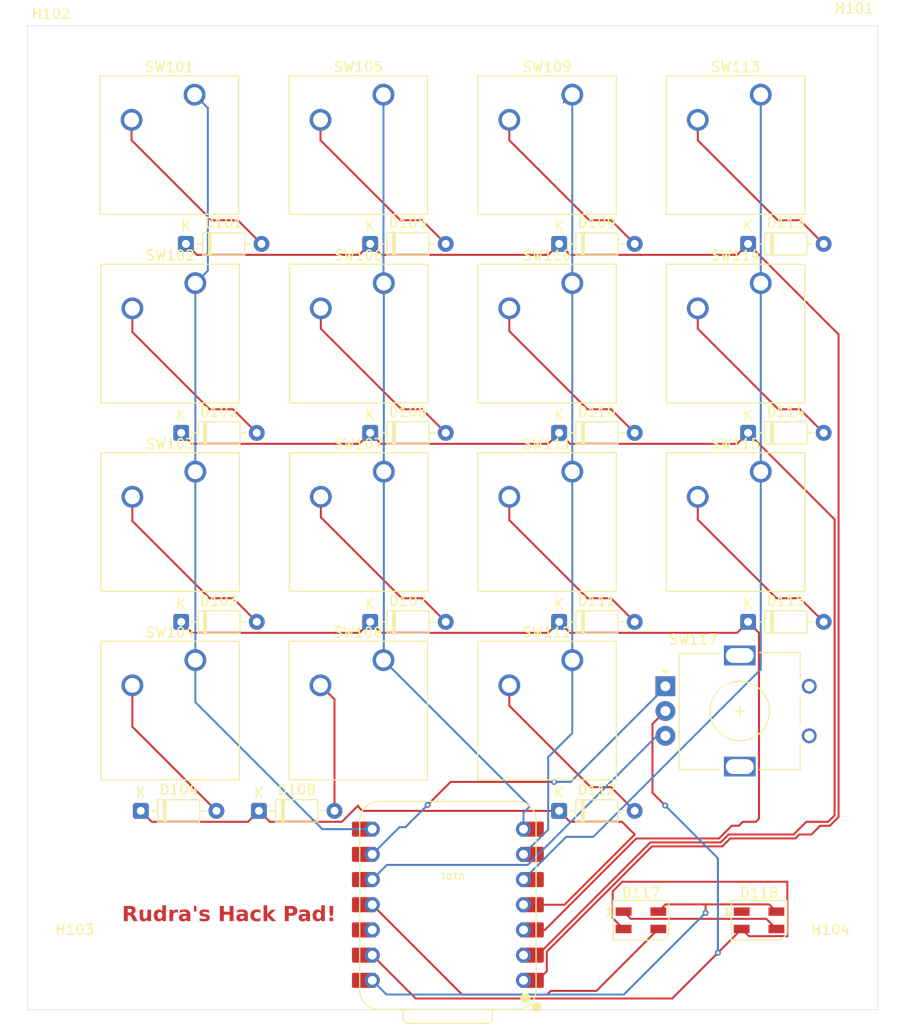
<source format=kicad_pcb>
(kicad_pcb (version 20241229) (generator "pcbnew") (generator_version "9.0")
  (layers (0 "F.Cu" signal) (2 "B.Cu" signal) (13 "F.Paste" user) (15 "B.Paste" user) (5 "F.SilkS" user "F.Silkscreen") (7 "B.SilkS" user "B.Silkscreen") (1 "F.Mask" user) (3 "B.Mask" user) (25 "Edge.Cuts" user))
  (net 0 "")
  (net 1 "Net-(D101-A)")
  (net 2 "Net-(D101-K)")
  (net 3 "Net-(D102-K)")
  (net 4 "Net-(D102-A)")
  (net 5 "Net-(D103-A)")
  (net 6 "Net-(D103-K)")
  (net 7 "Net-(D104-K)")
  (net 8 "Net-(D104-A)")
  (net 9 "Net-(D105-A)")
  (net 10 "Net-(D106-A)")
  (net 11 "Net-(D107-A)")
  (net 12 "Net-(D108-A)")
  (net 13 "Net-(D109-A)")
  (net 14 "Net-(D110-A)")
  (net 15 "Net-(D111-A)")
  (net 16 "Net-(D112-A)")
  (net 17 "Net-(D113-A)")
  (net 18 "Net-(D114-A)")
  (net 19 "Net-(D115-A)")
  (net 20 "+5V")
  (net 21 "GND")
  (net 22 "Net-(D117-DOUT)")
  (net 23 "Net-(D117-DIN)")
  (net 25 "Net-(U101-GPIO0{slash}TX)")
  (net 26 "Net-(U101-GPIO7{slash}SCL)")
  (net 27 "Net-(U101-GPIO6{slash}SDA)")
  (net 28 "Net-(U101-GPIO2{slash}SCK)")
  (net 29 "+3.3V")
  (net 30 "Net-(U101-GPIO4{slash}MISO)")
  (net 31 "Net-(U101-GPIO1{slash}RX)")
  (footprint "Button_Switch_Keyboard:SW_Cherry_MX_1.00u_PCB" (layer "F.Cu") (at 147.6515 59.65625)
    (property "Reference" "SW105" (at -2.54 -2.794 0) (layer "F.SilkS"))
    (property "Value" "SW_Push")
    (pad "" np_thru_hole circle (at -7.62 5.08) (size 1.7 1.7) (drill 1.7) (layers "*.Cu" "*.Mask"))
    (pad "" np_thru_hole circle (at -2.54 5.08) (size 4 4) (drill 4) (layers "*.Cu" "*.Mask"))
    (pad "" np_thru_hole circle (at 2.54 5.08) (size 1.7 1.7) (drill 1.7) (layers "*.Cu" "*.Mask"))
    (pad "1" thru_hole circle (at 0 0) (size 2.2 2.2) (drill 1.5) (layers "*.Cu" "*.Mask") (net 25 "Net-(U101-GPIO0{slash}TX)"))
    (pad "2" thru_hole circle (at -6.35 2.54) (size 2.2 2.2) (drill 1.5) (layers "*.Cu" "*.Mask") (net 9 "Net-(D105-A)"))
  )
  (footprint "Button_Switch_Keyboard:SW_Cherry_MX_1.00u_PCB" (layer "F.Cu") (at 185.6875 97.65625)
    (property "Reference" "SW115" (at -2.54 -2.794 0) (layer "F.SilkS"))
    (property "Value" "SW_Push")
    (pad "" np_thru_hole circle (at -7.62 5.08) (size 1.7 1.7) (drill 1.7) (layers "*.Cu" "*.Mask"))
    (pad "" np_thru_hole circle (at -2.54 5.08) (size 4 4) (drill 4) (layers "*.Cu" "*.Mask"))
    (pad "" np_thru_hole circle (at 2.54 5.08) (size 1.7 1.7) (drill 1.7) (layers "*.Cu" "*.Mask"))
    (pad "1" thru_hole circle (at 0 0) (size 2.2 2.2) (drill 1.5) (layers "*.Cu" "*.Mask") (net 27 "Net-(U101-GPIO6{slash}SDA)"))
    (pad "2" thru_hole circle (at -6.35 2.54) (size 2.2 2.2) (drill 1.5) (layers "*.Cu" "*.Mask") (net 19 "Net-(D115-A)"))
  )
  (footprint "Button_Switch_Keyboard:SW_Cherry_MX_1.00u_PCB" (layer "F.Cu") (at 128.6875 78.65625)
    (property "Reference" "SW102" (at -2.54 -2.794 0) (layer "F.SilkS"))
    (property "Value" "SW_Push")
    (pad "" np_thru_hole circle (at -7.62 5.08) (size 1.7 1.7) (drill 1.7) (layers "*.Cu" "*.Mask"))
    (pad "" np_thru_hole circle (at -2.54 5.08) (size 4 4) (drill 4) (layers "*.Cu" "*.Mask"))
    (pad "" np_thru_hole circle (at 2.54 5.08) (size 1.7 1.7) (drill 1.7) (layers "*.Cu" "*.Mask"))
    (pad "1" thru_hole circle (at 0 0) (size 2.2 2.2) (drill 1.5) (layers "*.Cu" "*.Mask") (net 31 "Net-(U101-GPIO1{slash}RX)"))
    (pad "2" thru_hole circle (at -6.35 2.54) (size 2.2 2.2) (drill 1.5) (layers "*.Cu" "*.Mask") (net 4 "Net-(D102-A)"))
  )
  (footprint "Button_Switch_Keyboard:SW_Cherry_MX_1.00u_PCB" (layer "F.Cu") (at 166.6875 116.65625)
    (property "Reference" "SW112" (at -2.54 -2.794 0) (layer "F.SilkS"))
    (property "Value" "SW_Push")
    (pad "" np_thru_hole circle (at -7.62 5.08) (size 1.7 1.7) (drill 1.7) (layers "*.Cu" "*.Mask"))
    (pad "" np_thru_hole circle (at -2.54 5.08) (size 4 4) (drill 4) (layers "*.Cu" "*.Mask"))
    (pad "" np_thru_hole circle (at 2.54 5.08) (size 1.7 1.7) (drill 1.7) (layers "*.Cu" "*.Mask"))
    (pad "1" thru_hole circle (at 0 0) (size 2.2 2.2) (drill 1.5) (layers "*.Cu" "*.Mask") (net 26 "Net-(U101-GPIO7{slash}SCL)"))
    (pad "2" thru_hole circle (at -6.35 2.54) (size 2.2 2.2) (drill 1.5) (layers "*.Cu" "*.Mask") (net 16 "Net-(D112-A)"))
  )
  (footprint "Diode_THT:D_DO-35_SOD27_P7.62mm_Horizontal" (layer "F.Cu") (at 127.25875 112.79875)
    (property "Reference" "D103" (at 3.81 -2.12 0) (layer "F.SilkS"))
    (property "Value" "1N4148")
    (fp_text user "K" (at 0 -1.8 0) (layer "F.SilkS"))
    (pad "1" thru_hole roundrect (at 0 0) (size 1.6 1.6) (drill 0.8) (layers "*.Cu" "*.Mask") (roundrect_rratio 0.15625) (net 6 "Net-(D103-K)"))
    (pad "2" thru_hole circle (at 7.62 0) (size 1.6 1.6) (drill 0.8) (layers "*.Cu" "*.Mask") (net 5 "Net-(D103-A)"))
  )
  (footprint "Diode_THT:D_DO-35_SOD27_P7.62mm_Horizontal" (layer "F.Cu") (at 127.735 74.69875)
    (property "Reference" "D101" (at 3.81 -2.12 0) (layer "F.SilkS"))
    (property "Value" "1N4148")
    (fp_text user "K" (at 0 -1.8 0) (layer "F.SilkS"))
    (pad "1" thru_hole roundrect (at 0 0) (size 1.6 1.6) (drill 0.8) (layers "*.Cu" "*.Mask") (roundrect_rratio 0.15625) (net 2 "Net-(D101-K)"))
    (pad "2" thru_hole circle (at 7.62 0) (size 1.6 1.6) (drill 0.8) (layers "*.Cu" "*.Mask") (net 1 "Net-(D101-A)"))
  )
  (footprint "MountingHole:MountingHole_3.2mm_M3" (layer "F.Cu") (at 116.5225 147.98)
    (property "Reference" "H103" (at 0 -4.15 0) (layer "F.SilkS"))
    (property "Value" "MountingHole")
    (pad "" np_thru_hole circle (at 0 0) (size 3.2 3.2) (drill 3.2) (layers "*.Cu" "*.Mask"))
  )
  (footprint "Diode_THT:D_DO-35_SOD27_P7.62mm_Horizontal" (layer "F.Cu") (at 146.30875 112.79875)
    (property "Reference" "D107" (at 3.81 -2.12 0) (layer "F.SilkS"))
    (property "Value" "1N4148")
    (fp_text user "K" (at 0 -1.8 0) (layer "F.SilkS"))
    (pad "1" thru_hole roundrect (at 0 0) (size 1.6 1.6) (drill 0.8) (layers "*.Cu" "*.Mask") (roundrect_rratio 0.15625) (net 6 "Net-(D103-K)"))
    (pad "2" thru_hole circle (at 7.62 0) (size 1.6 1.6) (drill 0.8) (layers "*.Cu" "*.Mask") (net 11 "Net-(D107-A)"))
  )
  (footprint "Rotary_Encoder:RotaryEncoder_Alps_EC11E_Vertical_H20mm" (layer "F.Cu") (at 176.0725 119.28625)
    (property "Reference" "SW117" (at 2.8 -4.7 0) (layer "F.SilkS"))
    (property "Value" "RotaryEncoder")
    (pad "" thru_hole circle (at 14.5 0) (size 1.5 1.5) (drill 1) (layers "*.Cu" "*.Mask"))
    (pad "" thru_hole circle (at 14.5 5) (size 1.5 1.5) (drill 1) (layers "*.Cu" "*.Mask"))
    (pad "A" thru_hole rect (at 0 0) (size 2 2) (drill 1) (layers "*.Cu" "*.Mask") (net 28 "Net-(U101-GPIO2{slash}SCK)"))
    (pad "B" thru_hole circle (at 0 5) (size 2 2) (drill 1) (layers "*.Cu" "*.Mask") (net 30 "Net-(U101-GPIO4{slash}MISO)"))
    (pad "C" thru_hole circle (at 0 2.5) (size 2 2) (drill 1) (layers "*.Cu" "*.Mask") (net 21 "GND"))
    (pad "MP" thru_hole rect (at 7.5 -3.1) (size 3.2 2) (drill oval 2.8 1.5) (layers "*.Cu" "*.Mask"))
    (pad "MP" thru_hole rect (at 7.5 8.1) (size 3.2 2) (drill oval 2.8 1.5) (layers "*.Cu" "*.Mask"))
  )
  (footprint "Button_Switch_Keyboard:SW_Cherry_MX_1.00u_PCB" (layer "F.Cu") (at 147.6515 116.65625)
    (property "Reference" "SW108" (at -2.54 -2.794 0) (layer "F.SilkS"))
    (property "Value" "SW_Push")
    (pad "" np_thru_hole circle (at -7.62 5.08) (size 1.7 1.7) (drill 1.7) (layers "*.Cu" "*.Mask"))
    (pad "" np_thru_hole circle (at -2.54 5.08) (size 4 4) (drill 4) (layers "*.Cu" "*.Mask"))
    (pad "" np_thru_hole circle (at 2.54 5.08) (size 1.7 1.7) (drill 1.7) (layers "*.Cu" "*.Mask"))
    (pad "1" thru_hole circle (at 0 0) (size 2.2 2.2) (drill 1.5) (layers "*.Cu" "*.Mask") (net 25 "Net-(U101-GPIO0{slash}TX)"))
    (pad "2" thru_hole circle (at -6.35 2.54) (size 2.2 2.2) (drill 1.5) (layers "*.Cu" "*.Mask") (net 12 "Net-(D108-A)"))
  )
  (footprint "LED_SMD:LED_SK6812MINI_PLCC4_3.5x3.5mm_P1.75mm" (layer "F.Cu") (at 185.51625 142.88)
    (property "Reference" "D118" (at 0 -2.75 0) (layer "F.SilkS"))
    (property "Value" "SK6812MINI")
    (fp_text user "1" (at -3.2 -0.875 0) (layer "F.SilkS") (effects (font (size 0.8 0.8))))
    (pad "1" smd rect (at -1.75 -0.875) (size 1.6 0.85) (layers "F.Cu" "F.Mask" "F.Paste"))
    (pad "2" smd rect (at -1.75 0.875) (size 1.6 0.85) (layers "F.Cu" "F.Mask" "F.Paste") (net 21 "GND"))
    (pad "3" smd rect (at 1.75 0.875) (size 1.6 0.85) (layers "F.Cu" "F.Mask" "F.Paste") (net 22 "Net-(D117-DOUT)"))
    (pad "4" smd rect (at 1.75 -0.875) (size 1.6 0.85) (layers "F.Cu" "F.Mask" "F.Paste") (net 20 "+5V"))
  )
  (footprint "Diode_THT:D_DO-35_SOD27_P7.62mm_Horizontal" (layer "F.Cu") (at 123.19 131.84875)
    (property "Reference" "D104" (at 3.81 -2.12 0) (layer "F.SilkS"))
    (property "Value" "1N4148")
    (fp_text user "K" (at 0 -1.8 0) (layer "F.SilkS"))
    (pad "1" thru_hole roundrect (at 0 0) (size 1.6 1.6) (drill 0.8) (layers "*.Cu" "*.Mask") (roundrect_rratio 0.15625) (net 7 "Net-(D104-K)"))
    (pad "2" thru_hole circle (at 7.62 0) (size 1.6 1.6) (drill 0.8) (layers "*.Cu" "*.Mask") (net 8 "Net-(D104-A)"))
  )
  (footprint "Button_Switch_Keyboard:SW_Cherry_MX_1.00u_PCB" (layer "F.Cu") (at 185.6875 78.65625)
    (property "Reference" "SW114" (at -2.54 -2.794 0) (layer "F.SilkS"))
    (property "Value" "SW_Push")
    (pad "" np_thru_hole circle (at -7.62 5.08) (size 1.7 1.7) (drill 1.7) (layers "*.Cu" "*.Mask"))
    (pad "" np_thru_hole circle (at -2.54 5.08) (size 4 4) (drill 4) (layers "*.Cu" "*.Mask"))
    (pad "" np_thru_hole circle (at 2.54 5.08) (size 1.7 1.7) (drill 1.7) (layers "*.Cu" "*.Mask"))
    (pad "1" thru_hole circle (at 0 0) (size 2.2 2.2) (drill 1.5) (layers "*.Cu" "*.Mask") (net 27 "Net-(U101-GPIO6{slash}SDA)"))
    (pad "2" thru_hole circle (at -6.35 2.54) (size 2.2 2.2) (drill 1.5) (layers "*.Cu" "*.Mask") (net 18 "Net-(D114-A)"))
  )
  (footprint "Button_Switch_Keyboard:SW_Cherry_MX_1.00u_PCB" (layer "F.Cu") (at 147.6875 78.65625)
    (property "Reference" "SW106" (at -2.54 -2.794 0) (layer "F.SilkS"))
    (property "Value" "SW_Push")
    (pad "" np_thru_hole circle (at -7.62 5.08) (size 1.7 1.7) (drill 1.7) (layers "*.Cu" "*.Mask"))
    (pad "" np_thru_hole circle (at -2.54 5.08) (size 4 4) (drill 4) (layers "*.Cu" "*.Mask"))
    (pad "" np_thru_hole circle (at 2.54 5.08) (size 1.7 1.7) (drill 1.7) (layers "*.Cu" "*.Mask"))
    (pad "1" thru_hole circle (at 0 0) (size 2.2 2.2) (drill 1.5) (layers "*.Cu" "*.Mask") (net 25 "Net-(U101-GPIO0{slash}TX)"))
    (pad "2" thru_hole circle (at -6.35 2.54) (size 2.2 2.2) (drill 1.5) (layers "*.Cu" "*.Mask") (net 10 "Net-(D106-A)"))
  )
  (footprint "Button_Switch_Keyboard:SW_Cherry_MX_1.00u_PCB" (layer "F.Cu") (at 166.6875 59.65625)
    (property "Reference" "SW109" (at -2.54 -2.794 0) (layer "F.SilkS"))
    (property "Value" "SW_Push")
    (pad "" np_thru_hole circle (at -7.62 5.08) (size 1.7 1.7) (drill 1.7) (layers "*.Cu" "*.Mask"))
    (pad "" np_thru_hole circle (at -2.54 5.08) (size 4 4) (drill 4) (layers "*.Cu" "*.Mask"))
    (pad "" np_thru_hole circle (at 2.54 5.08) (size 1.7 1.7) (drill 1.7) (layers "*.Cu" "*.Mask"))
    (pad "1" thru_hole circle (at 0 0) (size 2.2 2.2) (drill 1.5) (layers "*.Cu" "*.Mask") (net 26 "Net-(U101-GPIO7{slash}SCL)"))
    (pad "2" thru_hole circle (at -6.35 2.54) (size 2.2 2.2) (drill 1.5) (layers "*.Cu" "*.Mask") (net 13 "Net-(D109-A)"))
  )
  (footprint "Button_Switch_Keyboard:SW_Cherry_MX_1.00u_PCB" (layer "F.Cu") (at 166.6875 97.65625)
    (property "Reference" "SW111" (at -2.54 -2.794 0) (layer "F.SilkS"))
    (property "Value" "SW_Push")
    (pad "" np_thru_hole circle (at -7.62 5.08) (size 1.7 1.7) (drill 1.7) (layers "*.Cu" "*.Mask"))
    (pad "" np_thru_hole circle (at -2.54 5.08) (size 4 4) (drill 4) (layers "*.Cu" "*.Mask"))
    (pad "" np_thru_hole circle (at 2.54 5.08) (size 1.7 1.7) (drill 1.7) (layers "*.Cu" "*.Mask"))
    (pad "1" thru_hole circle (at 0 0) (size 2.2 2.2) (drill 1.5) (layers "*.Cu" "*.Mask") (net 26 "Net-(U101-GPIO7{slash}SCL)"))
    (pad "2" thru_hole circle (at -6.35 2.54) (size 2.2 2.2) (drill 1.5) (layers "*.Cu" "*.Mask") (net 15 "Net-(D111-A)"))
  )
  (footprint "Diode_THT:D_DO-35_SOD27_P7.62mm_Horizontal" (layer "F.Cu") (at 135.09625 131.84875)
    (property "Reference" "D108" (at 3.81 -2.12 0) (layer "F.SilkS"))
    (property "Value" "1N4148")
    (fp_text user "K" (at 0 -1.8 0) (layer "F.SilkS"))
    (pad "1" thru_hole roundrect (at 0 0) (size 1.6 1.6) (drill 0.8) (layers "*.Cu" "*.Mask") (roundrect_rratio 0.15625) (net 7 "Net-(D104-K)"))
    (pad "2" thru_hole circle (at 7.62 0) (size 1.6 1.6) (drill 0.8) (layers "*.Cu" "*.Mask") (net 12 "Net-(D108-A)"))
  )
  (footprint "Diode_THT:D_DO-35_SOD27_P7.62mm_Horizontal" (layer "F.Cu") (at 165.35875 93.74875)
    (property "Reference" "D110" (at 3.81 -2.12 0) (layer "F.SilkS"))
    (property "Value" "1N4148")
    (fp_text user "K" (at 0 -1.8 0) (layer "F.SilkS"))
    (pad "1" thru_hole roundrect (at 0 0) (size 1.6 1.6) (drill 0.8) (layers "*.Cu" "*.Mask") (roundrect_rratio 0.15625) (net 3 "Net-(D102-K)"))
    (pad "2" thru_hole circle (at 7.62 0) (size 1.6 1.6) (drill 0.8) (layers "*.Cu" "*.Mask") (net 14 "Net-(D110-A)"))
  )
  (footprint "Button_Switch_Keyboard:SW_Cherry_MX_1.00u_PCB" (layer "F.Cu") (at 185.6875 59.65625)
    (property "Reference" "SW113" (at -2.54 -2.794 0) (layer "F.SilkS"))
    (property "Value" "SW_Push")
    (pad "" np_thru_hole circle (at -7.62 5.08) (size 1.7 1.7) (drill 1.7) (layers "*.Cu" "*.Mask"))
    (pad "" np_thru_hole circle (at -2.54 5.08) (size 4 4) (drill 4) (layers "*.Cu" "*.Mask"))
    (pad "" np_thru_hole circle (at 2.54 5.08) (size 1.7 1.7) (drill 1.7) (layers "*.Cu" "*.Mask"))
    (pad "1" thru_hole circle (at 0 0) (size 2.2 2.2) (drill 1.5) (layers "*.Cu" "*.Mask") (net 27 "Net-(U101-GPIO6{slash}SDA)"))
    (pad "2" thru_hole circle (at -6.35 2.54) (size 2.2 2.2) (drill 1.5) (layers "*.Cu" "*.Mask") (net 17 "Net-(D113-A)"))
  )
  (footprint "Button_Switch_Keyboard:SW_Cherry_MX_1.00u_PCB" (layer "F.Cu") (at 166.6875 78.65625)
    (property "Reference" "SW110" (at -2.54 -2.794 0) (layer "F.SilkS"))
    (property "Value" "SW_Push")
    (pad "" np_thru_hole circle (at -7.62 5.08) (size 1.7 1.7) (drill 1.7) (layers "*.Cu" "*.Mask"))
    (pad "" np_thru_hole circle (at -2.54 5.08) (size 4 4) (drill 4) (layers "*.Cu" "*.Mask"))
    (pad "" np_thru_hole circle (at 2.54 5.08) (size 1.7 1.7) (drill 1.7) (layers "*.Cu" "*.Mask"))
    (pad "1" thru_hole circle (at 0 0) (size 2.2 2.2) (drill 1.5) (layers "*.Cu" "*.Mask") (net 26 "Net-(U101-GPIO7{slash}SCL)"))
    (pad "2" thru_hole circle (at -6.35 2.54) (size 2.2 2.2) (drill 1.5) (layers "*.Cu" "*.Mask") (net 14 "Net-(D110-A)"))
  )
  (footprint "LED_SMD:LED_SK6812MINI_PLCC4_3.5x3.5mm_P1.75mm" (layer "F.Cu") (at 173.61 142.88)
    (property "Reference" "D117" (at 0 -2.75 0) (layer "F.SilkS"))
    (property "Value" "SK6812MINI" (hide yes))
    (fp_text user "1" (at -3.2 -0.875 0) (layer "F.SilkS") (effects (font (size 0.8 0.8))))
    (pad "1" smd rect (at -1.75 -0.875) (size 1.6 0.85) (layers "F.Cu" "F.Mask" "F.Paste") (net 22 "Net-(D117-DOUT)"))
    (pad "2" smd rect (at -1.75 0.875) (size 1.6 0.85) (layers "F.Cu" "F.Mask" "F.Paste") (net 21 "GND"))
    (pad "3" smd rect (at 1.75 0.875) (size 1.6 0.85) (layers "F.Cu" "F.Mask" "F.Paste") (net 23 "Net-(D117-DIN)"))
    (pad "4" smd rect (at 1.75 -0.875) (size 1.6 0.85) (layers "F.Cu" "F.Mask" "F.Paste") (net 20 "+5V"))
  )
  (footprint "MountingHole:MountingHole_3.2mm_M3" (layer "F.Cu") (at 195.10375 55.11125)
    (property "Reference" "H101" (at 0 -4.15 0) (layer "F.SilkS"))
    (property "Value" "MountingHole")
    (pad "" np_thru_hole circle (at 0 0) (size 3.2 3.2) (drill 3.2) (layers "*.Cu" "*.Mask"))
  )
  (footprint "Diode_THT:D_DO-35_SOD27_P7.62mm_Horizontal" (layer "F.Cu") (at 184.40875 93.74875)
    (property "Reference" "D114" (at 3.81 -2.12 0) (layer "F.SilkS"))
    (property "Value" "1N4148")
    (fp_text user "K" (at 0 -1.8 0) (layer "F.SilkS"))
    (pad "1" thru_hole roundrect (at 0 0) (size 1.6 1.6) (drill 0.8) (layers "*.Cu" "*.Mask") (roundrect_rratio 0.15625) (net 3 "Net-(D102-K)"))
    (pad "2" thru_hole circle (at 7.62 0) (size 1.6 1.6) (drill 0.8) (layers "*.Cu" "*.Mask") (net 18 "Net-(D114-A)"))
  )
  (footprint "Button_Switch_Keyboard:SW_Cherry_MX_1.00u_PCB" (layer "F.Cu") (at 128.6875 97.65625)
    (property "Reference" "SW103" (at -2.54 -2.794 0) (layer "F.SilkS"))
    (property "Value" "SW_Push")
    (pad "" np_thru_hole circle (at -7.62 5.08) (size 1.7 1.7) (drill 1.7) (layers "*.Cu" "*.Mask"))
    (pad "" np_thru_hole circle (at -2.54 5.08) (size 4 4) (drill 4) (layers "*.Cu" "*.Mask"))
    (pad "" np_thru_hole circle (at 2.54 5.08) (size 1.7 1.7) (drill 1.7) (layers "*.Cu" "*.Mask"))
    (pad "1" thru_hole circle (at 0 0) (size 2.2 2.2) (drill 1.5) (layers "*.Cu" "*.Mask") (net 31 "Net-(U101-GPIO1{slash}RX)"))
    (pad "2" thru_hole circle (at -6.35 2.54) (size 2.2 2.2) (drill 1.5) (layers "*.Cu" "*.Mask") (net 5 "Net-(D103-A)"))
  )
  (footprint "Button_Switch_Keyboard:SW_Cherry_MX_1.00u_PCB" (layer "F.Cu") (at 128.6075 59.65625)
    (property "Reference" "SW101" (at -2.54 -2.794 0) (layer "F.SilkS"))
    (property "Value" "SW_Push")
    (pad "" np_thru_hole circle (at -7.62 5.08) (size 1.7 1.7) (drill 1.7) (layers "*.Cu" "*.Mask"))
    (pad "" np_thru_hole circle (at -2.54 5.08) (size 4 4) (drill 4) (layers "*.Cu" "*.Mask"))
    (pad "" np_thru_hole circle (at 2.54 5.08) (size 1.7 1.7) (drill 1.7) (layers "*.Cu" "*.Mask"))
    (pad "1" thru_hole circle (at 0 0) (size 2.2 2.2) (drill 1.5) (layers "*.Cu" "*.Mask") (net 31 "Net-(U101-GPIO1{slash}RX)"))
    (pad "2" thru_hole circle (at -6.35 2.54) (size 2.2 2.2) (drill 1.5) (layers "*.Cu" "*.Mask") (net 1 "Net-(D101-A)"))
  )
  (footprint "Diode_THT:D_DO-35_SOD27_P7.62mm_Horizontal" (layer "F.Cu") (at 184.40875 112.79875)
    (property "Reference" "D115" (at 3.81 -2.12 0) (layer "F.SilkS"))
    (property "Value" "1N4148")
    (fp_text user "K" (at 0 -1.8 0) (layer "F.SilkS"))
    (pad "1" thru_hole roundrect (at 0 0) (size 1.6 1.6) (drill 0.8) (layers "*.Cu" "*.Mask") (roundrect_rratio 0.15625) (net 6 "Net-(D103-K)"))
    (pad "2" thru_hole circle (at 7.62 0) (size 1.6 1.6) (drill 0.8) (layers "*.Cu" "*.Mask") (net 19 "Net-(D115-A)"))
  )
  (footprint "Diode_THT:D_DO-35_SOD27_P7.62mm_Horizontal" (layer "F.Cu") (at 165.35875 74.69875)
    (property "Reference" "D109" (at 3.81 -2.12 0) (layer "F.SilkS"))
    (property "Value" "1N4148")
    (fp_text user "K" (at 0 -1.8 0) (layer "F.SilkS"))
    (pad "1" thru_hole roundrect (at 0 0) (size 1.6 1.6) (drill 0.8) (layers "*.Cu" "*.Mask") (roundrect_rratio 0.15625) (net 2 "Net-(D101-K)"))
    (pad "2" thru_hole circle (at 7.62 0) (size 1.6 1.6) (drill 0.8) (layers "*.Cu" "*.Mask") (net 13 "Net-(D109-A)"))
  )
  (footprint "MountingHole:MountingHole_3.2mm_M3" (layer "F.Cu") (at 114.14125 55.64875)
    (property "Reference" "H102" (at 0 -4.15 0) (layer "F.SilkS"))
    (property "Value" "MountingHole")
    (pad "" np_thru_hole circle (at 0 0) (size 3.2 3.2) (drill 3.2) (layers "*.Cu" "*.Mask"))
  )
  (footprint "Diode_THT:D_DO-35_SOD27_P7.62mm_Horizontal" (layer "F.Cu") (at 127.25875 93.74875)
    (property "Reference" "D102" (at 3.81 -2.12 0) (layer "F.SilkS"))
    (property "Value" "1N4148")
    (fp_text user "K" (at 0 -1.8 0) (layer "F.SilkS"))
    (pad "1" thru_hole roundrect (at 0 0) (size 1.6 1.6) (drill 0.8) (layers "*.Cu" "*.Mask") (roundrect_rratio 0.15625) (net 3 "Net-(D102-K)"))
    (pad "2" thru_hole circle (at 7.62 0) (size 1.6 1.6) (drill 0.8) (layers "*.Cu" "*.Mask") (net 4 "Net-(D102-A)"))
  )
  (footprint "opl:XIAO-RP2040-DIP" (layer "F.Cu") (at 154.14625 141.3125 180)
    (property "Reference" "U101" (at -0.47625 2.8575 180) (layer "F.SilkS") (effects (font (size 0.635 0.635) (thickness 0.1016))))
    (property "Value" "XIAO-RP2040-DIP")
    (pad "1" smd roundrect (at -8.455 -7.62) (size 2.432 1.524) (layers "F.Cu" "F.Mask") (roundrect_rratio 0.1) (net 2 "Net-(D101-K)"))
    (pad "1" thru_hole circle (at -7.62 -7.62) (size 1.524 1.524) (drill 0.889) (layers "*.Cu" "*.Mask") (net 2 "Net-(D101-K)"))
    (pad "2" smd roundrect (at -8.455 -5.08) (size 2.432 1.524) (layers "F.Cu" "F.Mask") (roundrect_rratio 0.1) (net 3 "Net-(D102-K)"))
    (pad "2" thru_hole circle (at -7.62 -5.08) (size 1.524 1.524) (drill 0.889) (layers "*.Cu" "*.Mask") (net 3 "Net-(D102-K)"))
    (pad "3" smd roundrect (at -8.455 -2.54) (size 2.432 1.524) (layers "F.Cu" "F.Mask") (roundrect_rratio 0.1) (net 6 "Net-(D103-K)"))
    (pad "3" thru_hole circle (at -7.62 -2.54) (size 1.524 1.524) (drill 0.889) (layers "*.Cu" "*.Mask") (net 6 "Net-(D103-K)"))
    (pad "4" smd roundrect (at -8.455 0) (size 2.432 1.524) (layers "F.Cu" "F.Mask") (roundrect_rratio 0.1) (net 7 "Net-(D104-K)"))
    (pad "4" thru_hole circle (at -7.62 0) (size 1.524 1.524) (drill 0.889) (layers "*.Cu" "*.Mask") (net 7 "Net-(D104-K)"))
    (pad "5" smd roundrect (at -8.455 2.54) (size 2.432 1.524) (layers "F.Cu" "F.Mask") (roundrect_rratio 0.1) (net 27 "Net-(U101-GPIO6{slash}SDA)"))
    (pad "5" thru_hole circle (at -7.62 2.54) (size 1.524 1.524) (drill 0.889) (layers "*.Cu" "*.Mask") (net 27 "Net-(U101-GPIO6{slash}SDA)"))
    (pad "6" smd roundrect (at -8.455 5.08) (size 2.432 1.524) (layers "F.Cu" "F.Mask") (roundrect_rratio 0.1) (net 26 "Net-(U101-GPIO7{slash}SCL)"))
    (pad "6" thru_hole circle (at -7.62 5.08) (size 1.524 1.524) (drill 0.889) (layers "*.Cu" "*.Mask") (net 26 "Net-(U101-GPIO7{slash}SCL)"))
    (pad "7" smd roundrect (at -8.455 7.62) (size 2.432 1.524) (layers "F.Cu" "F.Mask") (roundrect_rratio 0.1) (net 25 "Net-(U101-GPIO0{slash}TX)"))
    (pad "7" thru_hole circle (at -7.62 7.62) (size 1.524 1.524) (drill 0.889) (layers "*.Cu" "*.Mask") (net 25 "Net-(U101-GPIO0{slash}TX)"))
    (pad "8" thru_hole circle (at 7.62 7.62 180) (size 1.524 1.524) (drill 0.889) (layers "*.Cu" "*.Mask") (net 31 "Net-(U101-GPIO1{slash}RX)"))
    (pad "8" smd roundrect (at 8.455 7.62 180) (size 2.432 1.524) (layers "F.Cu" "F.Mask") (roundrect_rratio 0.1) (net 31 "Net-(U101-GPIO1{slash}RX)"))
    (pad "9" thru_hole circle (at 7.62 5.08 180) (size 1.524 1.524) (drill 0.889) (layers "*.Cu" "*.Mask") (net 28 "Net-(U101-GPIO2{slash}SCK)"))
    (pad "9" smd roundrect (at 8.455 5.08 180) (size 2.432 1.524) (layers "F.Cu" "F.Mask") (roundrect_rratio 0.1) (net 28 "Net-(U101-GPIO2{slash}SCK)"))
    (pad "10" thru_hole circle (at 7.62 2.54 180) (size 1.524 1.524) (drill 0.889) (layers "*.Cu" "*.Mask") (net 30 "Net-(U101-GPIO4{slash}MISO)"))
    (pad "10" smd roundrect (at 8.455 2.54 180) (size 2.432 1.524) (layers "F.Cu" "F.Mask") (roundrect_rratio 0.1) (net 30 "Net-(U101-GPIO4{slash}MISO)"))
    (pad "11" thru_hole circle (at 7.62 0 180) (size 1.524 1.524) (drill 0.889) (layers "*.Cu" "*.Mask") (net 23 "Net-(D117-DIN)"))
    (pad "11" smd roundrect (at 8.455 0 180) (size 2.432 1.524) (layers "F.Cu" "F.Mask") (roundrect_rratio 0.1) (net 23 "Net-(D117-DIN)"))
    (pad "12" thru_hole circle (at 7.62 -2.54 180) (size 1.524 1.524) (drill 0.889) (layers "*.Cu" "*.Mask") (net 29 "+3.3V"))
    (pad "12" smd roundrect (at 8.455 -2.54 180) (size 2.432 1.524) (layers "F.Cu" "F.Mask") (roundrect_rratio 0.1) (net 29 "+3.3V"))
    (pad "13" thru_hole circle (at 7.62 -5.08 180) (size 1.524 1.524) (drill 0.889) (layers "*.Cu" "*.Mask") (net 21 "GND"))
    (pad "13" smd roundrect (at 8.455 -5.08 180) (size 2.432 1.524) (layers "F.Cu" "F.Mask") (roundrect_rratio 0.1) (net 21 "GND"))
    (pad "14" thru_hole circle (at 7.62 -7.62 180) (size 1.524 1.524) (drill 0.889) (layers "*.Cu" "*.Mask") (net 20 "+5V"))
    (pad "14" smd roundrect (at 8.455 -7.62 180) (size 2.432 1.524) (layers "F.Cu" "F.Mask") (roundrect_rratio 0.1) (net 20 "+5V"))
  )
  (footprint "MountingHole:MountingHole_3.2mm_M3" (layer "F.Cu") (at 192.7225 147.98)
    (property "Reference" "H104" (at 0 -4.15 0) (layer "F.SilkS"))
    (property "Value" "MountingHole")
    (pad "" np_thru_hole circle (at 0 0) (size 3.2 3.2) (drill 3.2) (layers "*.Cu" "*.Mask"))
  )
  (footprint "Diode_THT:D_DO-35_SOD27_P7.62mm_Horizontal" (layer "F.Cu") (at 146.30875 74.69875)
    (property "Reference" "D105" (at 3.81 -2.12 0) (layer "F.SilkS"))
    (property "Value" "1N4148")
    (fp_text user "K" (at 0 -1.8 0) (layer "F.SilkS"))
    (pad "1" thru_hole roundrect (at 0 0) (size 1.6 1.6) (drill 0.8) (layers "*.Cu" "*.Mask") (roundrect_rratio 0.15625) (net 2 "Net-(D101-K)"))
    (pad "2" thru_hole circle (at 7.62 0) (size 1.6 1.6) (drill 0.8) (layers "*.Cu" "*.Mask") (net 9 "Net-(D105-A)"))
  )
  (footprint "Button_Switch_Keyboard:SW_Cherry_MX_1.00u_PCB" (layer "F.Cu") (at 147.6875 97.65625)
    (property "Reference" "SW107" (at -2.54 -2.794 0) (layer "F.SilkS"))
    (property "Value" "SW_Push")
    (pad "" np_thru_hole circle (at -7.62 5.08) (size 1.7 1.7) (drill 1.7) (layers "*.Cu" "*.Mask"))
    (pad "" np_thru_hole circle (at -2.54 5.08) (size 4 4) (drill 4) (layers "*.Cu" "*.Mask"))
    (pad "" np_thru_hole circle (at 2.54 5.08) (size 1.7 1.7) (drill 1.7) (layers "*.Cu" "*.Mask"))
    (pad "1" thru_hole circle (at 0 0) (size 2.2 2.2) (drill 1.5) (layers "*.Cu" "*.Mask") (net 25 "Net-(U101-GPIO0{slash}TX)"))
    (pad "2" thru_hole circle (at -6.35 2.54) (size 2.2 2.2) (drill 1.5) (layers "*.Cu" "*.Mask") (net 11 "Net-(D107-A)"))
  )
  (footprint "Diode_THT:D_DO-35_SOD27_P7.62mm_Horizontal" (layer "F.Cu") (at 165.35875 112.79875)
    (property "Reference" "D111" (at 3.81 -2.12 0) (layer "F.SilkS"))
    (property "Value" "1N4148")
    (fp_text user "K" (at 0 -1.8 0) (layer "F.SilkS"))
    (pad "1" thru_hole roundrect (at 0 0) (size 1.6 1.6) (drill 0.8) (layers "*.Cu" "*.Mask") (roundrect_rratio 0.15625) (net 6 "Net-(D103-K)"))
    (pad "2" thru_hole circle (at 7.62 0) (size 1.6 1.6) (drill 0.8) (layers "*.Cu" "*.Mask") (net 15 "Net-(D111-A)"))
  )
  (footprint "Button_Switch_Keyboard:SW_Cherry_MX_1.00u_PCB" (layer "F.Cu") (at 128.6875 116.65625)
    (property "Reference" "SW104" (at -2.54 -2.794 0) (layer "F.SilkS"))
    (property "Value" "SW_Push")
    (pad "" np_thru_hole circle (at -7.62 5.08) (size 1.7 1.7) (drill 1.7) (layers "*.Cu" "*.Mask"))
    (pad "" np_thru_hole circle (at -2.54 5.08) (size 4 4) (drill 4) (layers "*.Cu" "*.Mask"))
    (pad "" np_thru_hole circle (at 2.54 5.08) (size 1.7 1.7) (drill 1.7) (layers "*.Cu" "*.Mask"))
    (pad "1" thru_hole circle (at 0 0) (size 2.2 2.2) (drill 1.5) (layers "*.Cu" "*.Mask") (net 31 "Net-(U101-GPIO1{slash}RX)"))
    (pad "2" thru_hole circle (at -6.35 2.54) (size 2.2 2.2) (drill 1.5) (layers "*.Cu" "*.Mask") (net 8 "Net-(D104-A)"))
  )
  (footprint "Diode_THT:D_DO-35_SOD27_P7.62mm_Horizontal" (layer "F.Cu") (at 165.35875 131.84875)
    (property "Reference" "D112" (at 3.81 -2.12 0) (layer "F.SilkS"))
    (property "Value" "1N4148")
    (fp_text user "K" (at 0 -1.8 0) (layer "F.SilkS"))
    (pad "1" thru_hole roundrect (at 0 0) (size 1.6 1.6) (drill 0.8) (layers "*.Cu" "*.Mask") (roundrect_rratio 0.15625) (net 7 "Net-(D104-K)"))
    (pad "2" thru_hole circle (at 7.62 0) (size 1.6 1.6) (drill 0.8) (layers "*.Cu" "*.Mask") (net 16 "Net-(D112-A)"))
  )
  (footprint "Diode_THT:D_DO-35_SOD27_P7.62mm_Horizontal" (layer "F.Cu") (at 184.40875 74.69875)
    (property "Reference" "D113" (at 3.81 -2.12 0) (layer "F.SilkS"))
    (property "Value" "1N4148")
    (fp_text user "K" (at 0 -1.8 0) (layer "F.SilkS"))
    (pad "1" thru_hole roundrect (at 0 0) (size 1.6 1.6) (drill 0.8) (layers "*.Cu" "*.Mask") (roundrect_rratio 0.15625) (net 2 "Net-(D101-K)"))
    (pad "2" thru_hole circle (at 7.62 0) (size 1.6 1.6) (drill 0.8) (layers "*.Cu" "*.Mask") (net 17 "Net-(D113-A)"))
  )
  (footprint "Diode_THT:D_DO-35_SOD27_P7.62mm_Horizontal" (layer "F.Cu") (at 146.30875 93.74875)
    (property "Reference" "D106" (at 3.81 -2.12 0) (layer "F.SilkS"))
    (property "Value" "1N4148")
    (fp_text user "K" (at 0 -1.8 0) (layer "F.SilkS"))
    (pad "1" thru_hole roundrect (at 0 0) (size 1.6 1.6) (drill 0.8) (layers "*.Cu" "*.Mask") (roundrect_rratio 0.15625) (net 3 "Net-(D102-K)"))
    (pad "2" thru_hole circle (at 7.62 0) (size 1.6 1.6) (drill 0.8) (layers "*.Cu" "*.Mask") (net 10 "Net-(D106-A)"))
  )
  (gr_rect (start 111.76 52.73) (end 197.485 151.9025) (stroke (width 0.05)) (fill no) (layer "Edge.Cuts"))
  (gr_text "Rudra's Hack Pad!" (at 121.285 143.2175 0) (layer "F.Cu") (effects (font (size 1.5 1.5) (thickness 0.3) (bold yes)) (justify left bottom)))
  (segment (start 122.2575 62.19625) (end 122.2575 64.251066) (width 0.2) (layer "F.Cu") (net 1))
  (segment (start 132.97375 72.3175) (end 135.355 74.69875) (width 0.2) (layer "F.Cu") (net 1))
  (segment (start 122.2575 64.251066) (end 130.323934 72.3175) (width 0.2) (layer "F.Cu") (net 1))
  (segment (start 130.323934 72.3175) (end 132.97375 72.3175) (width 0.2) (layer "F.Cu") (net 1))
  (segment (start 145.20775 75.79975) (end 128.836 75.79975) (width 0.2) (layer "F.Cu") (net 2))
  (segment (start 163.195 148.9325) (end 164.11825 148.00925) (width 0.2) (layer "F.Cu") (net 2))
  (segment (start 193.53075 83.82075) (end 184.40875 74.69875) (width 0.2) (layer "F.Cu") (net 2))
  (segment (start 128.836 75.79975) (end 127.735 74.69875) (width 0.2) (layer "F.Cu") (net 2))
  (segment (start 181.8063 135.433) (end 182.6083 134.631) (width 0.2) (layer "F.Cu") (net 2))
  (segment (start 165.35875 74.69875) (end 164.25775 75.79975) (width 0.2) (layer "F.Cu") (net 2))
  (segment (start 166.45975 75.79975) (end 165.35875 74.69875) (width 0.2) (layer "F.Cu") (net 2))
  (segment (start 189.16865 134.631) (end 189.56965 134.23) (width 0.2) (layer "F.Cu") (net 2))
  (segment (start 192.6509 133.35075) (end 193.53075 132.4709) (width 0.2) (layer "F.Cu") (net 2))
  (segment (start 191.67845 133.35075) (end 192.6509 133.35075) (width 0.2) (layer "F.Cu") (net 2))
  (segment (start 183.30775 75.79975) (end 166.45975 75.79975) (width 0.2) (layer "F.Cu") (net 2))
  (segment (start 174.7241 135.433) (end 181.8063 135.433) (width 0.2) (layer "F.Cu") (net 2))
  (segment (start 147.40975 75.79975) (end 146.30875 74.69875) (width 0.2) (layer "F.Cu") (net 2))
  (segment (start 193.53075 132.4709) (end 193.53075 83.82075) (width 0.2) (layer "F.Cu") (net 2))
  (segment (start 164.25775 75.79975) (end 147.40975 75.79975) (width 0.2) (layer "F.Cu") (net 2))
  (segment (start 161.76625 148.9325) (end 163.195 148.9325) (width 0.2) (layer "F.Cu") (net 2))
  (segment (start 164.11825 148.00925) (end 164.11825 146.03885) (width 0.2) (layer "F.Cu") (net 2))
  (segment (start 164.11825 146.03885) (end 174.7241 135.433) (width 0.2) (layer "F.Cu") (net 2))
  (segment (start 182.6083 134.631) (end 189.16865 134.631) (width 0.2) (layer "F.Cu") (net 2))
  (segment (start 146.30875 74.69875) (end 145.20775 75.79975) (width 0.2) (layer "F.Cu") (net 2))
  (segment (start 184.40875 74.69875) (end 183.30775 75.79975) (width 0.2) (layer "F.Cu") (net 2))
  (segment (start 190.7992 134.23) (end 191.67845 133.35075) (width 0.2) (layer "F.Cu") (net 2))
  (segment (start 189.56965 134.23) (end 190.7992 134.23) (width 0.2) (layer "F.Cu") (net 2))
  (segment (start 146.30875 93.74875) (end 145.20775 94.84975) (width 0.2) (layer "F.Cu") (net 3))
  (segment (start 183.30775 94.84975) (end 166.45975 94.84975) (width 0.2) (layer "F.Cu") (net 3))
  (segment (start 193.12975 102.46975) (end 193.12975 132.3048) (width 0.2) (layer "F.Cu") (net 3))
  (segment (start 182.4422 134.23) (end 181.6402 135.032) (width 0.2) (layer "F.Cu") (net 3))
  (segment (start 184.40875 93.74875) (end 193.12975 102.46975) (width 0.2) (layer "F.Cu") (net 3))
  (segment (start 193.12975 132.3048) (end 192.4848 132.94975) (width 0.2) (layer "F.Cu") (net 3))
  (segment (start 128.35975 94.84975) (end 127.25875 93.74875) (width 0.2) (layer "F.Cu") (net 3))
  (segment (start 181.6402 135.032) (end 174.558 135.032) (width 0.2) (layer "F.Cu") (net 3))
  (segment (start 192.4848 132.94975) (end 190.2828 132.94975) (width 0.2) (layer "F.Cu") (net 3))
  (segment (start 145.20775 94.84975) (end 128.35975 94.84975) (width 0.2) (layer "F.Cu") (net 3))
  (segment (start 184.40875 93.74875) (end 183.30775 94.84975) (width 0.2) (layer "F.Cu") (net 3))
  (segment (start 165.35875 93.74875) (end 164.25775 94.84975) (width 0.2) (layer "F.Cu") (net 3))
  (segment (start 164.25775 94.84975) (end 147.40975 94.84975) (width 0.2) (layer "F.Cu") (net 3))
  (segment (start 190.2828 132.94975) (end 189.00255 134.23) (width 0.2) (layer "F.Cu") (net 3))
  (segment (start 166.45975 94.84975) (end 165.35875 93.74875) (width 0.2) (layer "F.Cu") (net 3))
  (segment (start 189.00255 134.23) (end 182.4422 134.23) (width 0.2) (layer "F.Cu") (net 3))
  (segment (start 147.40975 94.84975) (end 146.30875 93.74875) (width 0.2) (layer "F.Cu") (net 3))
  (segment (start 161.76625 146.3925) (end 163.1975 146.3925) (width 0.2) (layer "F.Cu") (net 3))
  (segment (start 163.1975 146.3925) (end 174.558 135.032) (width 0.2) (layer "F.Cu") (net 3))
  (segment (start 122.3375 83.58875) (end 130.11625 91.3675) (width 0.2) (layer "F.Cu") (net 4))
  (segment (start 122.3375 81.19625) (end 122.3375 83.58875) (width 0.2) (layer "F.Cu") (net 4))
  (segment (start 130.11625 91.3675) (end 132.4975 91.3675) (width 0.2) (layer "F.Cu") (net 4))
  (segment (start 132.4975 91.3675) (end 134.87875 93.74875) (width 0.2) (layer "F.Cu") (net 4))
  (segment (start 130.11625 110.4175) (end 132.4975 110.4175) (width 0.2) (layer "F.Cu") (net 5))
  (segment (start 122.3375 102.63875) (end 130.11625 110.4175) (width 0.2) (layer "F.Cu") (net 5))
  (segment (start 122.3375 100.19625) (end 122.3375 102.63875) (width 0.2) (layer "F.Cu") (net 5))
  (segment (start 132.4975 110.4175) (end 134.87875 112.79875) (width 0.2) (layer "F.Cu") (net 5))
  (segment (start 161.76625 143.8525) (end 163.92335 143.8525) (width 0.2) (layer "F.Cu") (net 6))
  (segment (start 184.40875 112.79875) (end 183.30775 113.89975) (width 0.2) (layer "F.Cu") (net 6))
  (segment (start 128.35975 113.89975) (end 145.20775 113.89975) (width 0.2) (layer "F.Cu") (net 6))
  (segment (start 183.47385 133.35075) (end 182.75435 133.35075) (width 0.2) (layer "F.Cu") (net 6))
  (segment (start 183.87485 132.94975) (end 183.47385 133.35075) (width 0.2) (layer "F.Cu") (net 6))
  (segment (start 183.30775 113.89975) (end 166.45975 113.89975) (width 0.2) (layer "F.Cu") (net 6))
  (segment (start 185.50975 132.63391) (end 185.19391 132.94975) (width 0.2) (layer "F.Cu") (net 6))
  (segment (start 166.45975 113.89975) (end 165.35875 112.79875) (width 0.2) (layer "F.Cu") (net 6))
  (segment (start 181.4741 134.631) (end 173.14485 134.631) (width 0.2) (layer "F.Cu") (net 6))
  (segment (start 185.19391 132.94975) (end 183.87485 132.94975) (width 0.2) (layer "F.Cu") (net 6))
  (segment (start 185.50975 132.63391) (end 185.50975 113.89975) (width 0.2) (layer "F.Cu") (net 6))
  (segment (start 147.40975 113.89975) (end 164.25775 113.89975) (width 0.2) (layer "F.Cu") (net 6))
  (segment (start 182.75435 133.35075) (end 181.4741 134.631) (width 0.2) (layer "F.Cu") (net 6))
  (segment (start 146.30875 112.79875) (end 147.40975 113.89975) (width 0.2) (layer "F.Cu") (net 6))
  (segment (start 185.50975 113.89975) (end 184.40875 112.79875) (width 0.2) (layer "F.Cu") (net 6))
  (segment (start 145.20775 113.89975) (end 146.30875 112.79875) (width 0.2) (layer "F.Cu") (net 6))
  (segment (start 163.92335 143.8525) (end 173.14485 134.631) (width 0.2) (layer "F.Cu") (net 6))
  (segment (start 164.25775 113.89975) (end 165.35875 112.79875) (width 0.2) (layer "F.Cu") (net 6))
  (segment (start 127.25875 112.79875) (end 128.35975 113.89975) (width 0.2) (layer "F.Cu") (net 6))
  (segment (start 184.40875 112.79875) (end 183.753686 112.79875) (width 0.2) (layer "F.Cu") (net 6))
  (segment (start 145.0975 131.31125) (end 143.459 132.94975) (width 0.2) (layer "F.Cu") (net 7))
  (segment (start 165.89625 141.3125) (end 172.97875 134.23) (width 0.2) (layer "F.Cu") (net 7))
  (segment (start 145.530124 131.84875) (end 145.0975 131.416126) (width 0.2) (layer "F.Cu") (net 7))
  (segment (start 136.19725 132.94975) (end 135.09625 131.84875) (width 0.2) (layer "F.Cu") (net 7))
  (segment (start 143.459 132.94975) (end 136.19725 132.94975) (width 0.2) (layer "F.Cu") (net 7))
  (segment (start 172.97875 134.23) (end 171.6985 132.94975) (width 0.2) (layer "F.Cu") (net 7))
  (segment (start 135.09625 131.84875) (end 133.99525 132.94975) (width 0.2) (layer "F.Cu") (net 7))
  (segment (start 171.6985 132.94975) (end 166.45975 132.94975) (width 0.2) (layer "F.Cu") (net 7))
  (segment (start 161.76625 141.3125) (end 165.89625 141.3125) (width 0.2) (layer "F.Cu") (net 7))
  (segment (start 145.0975 131.416126) (end 145.0975 131.31125) (width 0.2) (layer "F.Cu") (net 7))
  (segment (start 166.45975 132.94975) (end 165.35875 131.84875) (width 0.2) (layer "F.Cu") (net 7))
  (segment (start 165.35875 131.84875) (end 145.530124 131.84875) (width 0.2) (layer "F.Cu") (net 7))
  (segment (start 133.99525 132.94975) (end 124.291 132.94975) (width 0.2) (layer "F.Cu") (net 7))
  (segment (start 124.291 132.94975) (end 123.19 131.84875) (width 0.2) (layer "F.Cu") (net 7))
  (segment (start 122.3375 123.37625) (end 122.3375 119.19625) (width 0.2) (layer "F.Cu") (net 8))
  (segment (start 130.81 131.84875) (end 122.3375 123.37625) (width 0.2) (layer "F.Cu") (net 8))
  (segment (start 141.3015 62.19625) (end 141.3015 64.251066) (width 0.2) (layer "F.Cu") (net 9))
  (segment (start 141.3015 64.251066) (end 149.367934 72.3175) (width 0.2) (layer "F.Cu") (net 9))
  (segment (start 149.367934 72.3175) (end 151.5475 72.3175) (width 0.2) (layer "F.Cu") (net 9))
  (segment (start 151.5475 72.3175) (end 153.92875 74.69875) (width 0.2) (layer "F.Cu") (net 9))
  (segment (start 141.3375 83.251066) (end 149.453934 91.3675) (width 0.2) (layer "F.Cu") (net 10))
  (segment (start 141.3375 81.19625) (end 141.3375 83.251066) (width 0.2) (layer "F.Cu") (net 10))
  (segment (start 149.453934 91.3675) (end 151.5475 91.3675) (width 0.2) (layer "F.Cu") (net 10))
  (segment (start 151.5475 91.3675) (end 153.92875 93.74875) (width 0.2) (layer "F.Cu") (net 10))
  (segment (start 141.3375 102.251066) (end 149.503934 110.4175) (width 0.2) (layer "F.Cu") (net 11))
  (segment (start 149.503934 110.4175) (end 151.5475 110.4175) (width 0.2) (layer "F.Cu") (net 11))
  (segment (start 151.5475 110.4175) (end 153.92875 112.79875) (width 0.2) (layer "F.Cu") (net 11))
  (segment (start 141.3375 100.19625) (end 141.3375 102.251066) (width 0.2) (layer "F.Cu") (net 11))
  (segment (start 142.71625 120.611) (end 141.3015 119.19625) (width 0.2) (layer "F.Cu") (net 12))
  (segment (start 142.71625 131.84875) (end 142.71625 120.611) (width 0.2) (layer "F.Cu") (net 12))
  (segment (start 160.3375 62.19625) (end 160.3375 64.251066) (width 0.2) (layer "F.Cu") (net 13))
  (segment (start 160.3375 64.251066) (end 168.403934 72.3175) (width 0.2) (layer "F.Cu") (net 13))
  (segment (start 168.403934 72.3175) (end 170.5975 72.3175) (width 0.2) (layer "F.Cu") (net 13))
  (segment (start 170.5975 72.3175) (end 172.97875 74.69875) (width 0.2) (layer "F.Cu") (net 13))
  (segment (start 160.3375 81.19625) (end 160.3375 83.48875) (width 0.2) (layer "F.Cu") (net 14))
  (segment (start 168.21625 91.3675) (end 170.5975 91.3675) (width 0.2) (layer "F.Cu") (net 14))
  (segment (start 160.3375 83.48875) (end 168.21625 91.3675) (width 0.2) (layer "F.Cu") (net 14))
  (segment (start 170.5975 91.3675) (end 172.97875 93.74875) (width 0.2) (layer "F.Cu") (net 14))
  (segment (start 160.3375 102.53875) (end 168.21625 110.4175) (width 0.2) (layer "F.Cu") (net 15))
  (segment (start 170.5975 110.4175) (end 172.97875 112.79875) (width 0.2) (layer "F.Cu") (net 15))
  (segment (start 168.21625 110.4175) (end 170.5975 110.4175) (width 0.2) (layer "F.Cu") (net 15))
  (segment (start 160.3375 100.19625) (end 160.3375 102.53875) (width 0.2) (layer "F.Cu") (net 15))
  (segment (start 170.5975 129.4675) (end 172.97875 131.84875) (width 0.2) (layer "F.Cu") (net 16))
  (segment (start 168.553934 129.4675) (end 170.5975 129.4675) (width 0.2) (layer "F.Cu") (net 16))
  (segment (start 160.3375 121.251066) (end 168.553934 129.4675) (width 0.2) (layer "F.Cu") (net 16))
  (segment (start 160.3375 119.19625) (end 160.3375 121.251066) (width 0.2) (layer "F.Cu") (net 16))
  (segment (start 189.6475 72.3175) (end 192.02875 74.69875) (width 0.2) (layer "F.Cu") (net 17))
  (segment (start 179.3375 62.19625) (end 179.3375 64.251066) (width 0.2) (layer "F.Cu") (net 17))
  (segment (start 179.3375 64.251066) (end 187.403934 72.3175) (width 0.2) (layer "F.Cu") (net 17))
  (segment (start 187.403934 72.3175) (end 189.6475 72.3175) (width 0.2) (layer "F.Cu") (net 17))
  (segment (start 179.3375 83.251066) (end 187.453934 91.3675) (width 0.2) (layer "F.Cu") (net 18))
  (segment (start 187.453934 91.3675) (end 189.6475 91.3675) (width 0.2) (layer "F.Cu") (net 18))
  (segment (start 179.3375 81.19625) (end 179.3375 83.251066) (width 0.2) (layer "F.Cu") (net 18))
  (segment (start 189.6475 91.3675) (end 192.02875 93.74875) (width 0.2) (layer "F.Cu") (net 18))
  (segment (start 187.26625 110.4175) (end 179.3375 102.48875) (width 0.2) (layer "F.Cu") (net 19))
  (segment (start 192.02875 112.79875) (end 189.6475 110.4175) (width 0.2) (layer "F.Cu") (net 19))
  (segment (start 179.3375 102.48875) (end 179.3375 100.19625) (width 0.2) (layer "F.Cu") (net 19))
  (segment (start 189.6475 110.4175) (end 187.26625 110.4175) (width 0.2) (layer "F.Cu") (net 19))
  (segment (start 186.54025 141.279) (end 187.26625 142.005) (width 0.2) (layer "F.Cu") (net 20))
  (segment (start 175.36 142.005) (end 176.086 141.279) (width 0.2) (layer "F.Cu") (net 20))
  (segment (start 180.1225 141.279) (end 186.54025 141.279) (width 0.2) (layer "F.Cu") (net 20))
  (segment (start 176.086 141.279) (end 180.1225 141.279) (width 0.2) (layer "F.Cu") (net 20))
  (segment (start 180.1225 141.279) (end 180.1225 142.131) (width 0.2) (layer "F.Cu") (net 20))
  (via (at 180.1225 142.131) (size 0.6) (drill 0.3) (layers "F.Cu" "B.Cu") (net 20))
  (segment (start 171.89225 150.36125) (end 147.955 150.36125) (width 0.2) (layer "B.Cu") (net 20))
  (segment (start 180.1225 142.131) (end 171.89225 150.36125) (width 0.2) (layer "B.Cu") (net 20))
  (segment (start 147.955 150.36125) (end 146.52625 148.9325) (width 0.2) (layer "B.Cu") (net 20))
  (segment (start 170.759 142.654) (end 171.86 143.755) (width 0.2) (layer "F.Cu") (net 21))
  (segment (start 150.896 150.76225) (end 146.52625 146.3925) (width 0.2) (layer "F.Cu") (net 21))
  (segment (start 181.369375 146.151875) (end 176.759 150.76225) (width 0.2) (layer "F.Cu") (net 21))
  (segment (start 188.36725 144.481) (end 188.36725 138.9925) (width 0.2) (layer "F.Cu") (net 21))
  (segment (start 174.7715 130.029) (end 176.05375 131.31125) (width 0.2) (layer "F.Cu") (net 21))
  (segment (start 170.759 139.9652) (end 170.759 142.654) (width 0.2) (layer "F.Cu") (net 21))
  (segment (start 184.49225 144.481) (end 188.36725 144.481) (width 0.2) (layer "F.Cu") (net 21))
  (segment (start 176.759 150.76225) (end 150.896 150.76225) (width 0.2) (layer "F.Cu") (net 21))
  (segment (start 174.7715 123.08725) (end 174.7715 130.029) (width 0.2) (layer "F.Cu") (net 21))
  (segment (start 176.0725 121.78625) (end 174.7715 123.08725) (width 0.2) (layer "F.Cu") (net 21))
  (segment (start 183.76625 143.755) (end 184.49225 144.481) (width 0.2) (layer "F.Cu") (net 21))
  (segment (start 183.76625 143.755) (end 181.369375 146.151875) (width 0.2) (layer "F.Cu") (net 21))
  (segment (start 171.7317 138.9925) (end 170.759 139.9652) (width 0.2) (layer "F.Cu") (net 21))
  (segment (start 188.36725 138.9925) (end 171.7317 138.9925) (width 0.2) (layer "F.Cu") (net 21))
  (via (at 176.05375 131.31125) (size 0.6) (drill 0.3) (layers "F.Cu" "B.Cu") (net 21))
  (via (at 181.369375 146.151875) (size 0.6) (drill 0.3) (layers "F.Cu" "B.Cu") (net 21))
  (segment (start 176.05375 131.31125) (end 181.369375 136.626875) (width 0.2) (layer "B.Cu") (net 21))
  (segment (start 181.369375 136.626875) (end 181.369375 146.151875) (width 0.2) (layer "B.Cu") (net 21))
  (segment (start 171.86 142.005) (end 172.586 142.731) (width 0.2) (layer "F.Cu") (net 22))
  (segment (start 186.24225 142.731) (end 187.26625 143.755) (width 0.2) (layer "F.Cu") (net 22))
  (segment (start 172.586 142.731) (end 186.24225 142.731) (width 0.2) (layer "F.Cu") (net 22))
  (segment (start 155.575 150.36125) (end 146.52625 141.3125) (width 0.2) (layer "F.Cu") (net 23))
  (segment (start 175.36 143.755) (end 169.1195 149.9955) (width 0.2) (layer "F.Cu") (net 23))
  (segment (start 169.1195 149.9955) (end 164.51325 149.9955) (width 0.2) (layer "F.Cu") (net 23))
  (segment (start 164.1475 150.36125) (end 155.575 150.36125) (width 0.2) (layer "F.Cu") (net 23))
  (segment (start 164.51325 149.9955) (end 164.1475 150.36125) (width 0.2) (layer "F.Cu") (net 23))
  (segment (start 147.6875 116.62025) (end 147.6515 116.65625) (width 0.2) (layer "B.Cu") (net 25))
  (segment (start 161.76625 132.0335) (end 161.76625 133.6925) (width 0.2) (layer "B.Cu") (net 25))
  (segment (start 162.3975 131.40225) (end 161.76625 132.0335) (width 0.2) (layer "B.Cu") (net 25))
  (segment (start 147.6875 97.65625) (end 147.6875 116.62025) (width 0.2) (layer "B.Cu") (net 25))
  (segment (start 147.6515 78.62025) (end 147.6875 78.65625) (width 0.2) (layer "B.Cu") (net 25))
  (segment (start 147.6515 59.65625) (end 147.6515 78.62025) (width 0.2) (layer "B.Cu") (net 25))
  (segment (start 147.6875 78.65625) (end 147.6875 97.65625) (width 0.2) (layer "B.Cu") (net 25))
  (segment (start 147.6515 116.65625) (end 162.3975 131.40225) (width 0.2) (layer "B.Cu") (net 25))
  (segment (start 166.59 59.65625) (end 165.835 60.41125) (width 0.2) (layer "F.Cu") (net 26))
  (segment (start 166.6875 59.65625) (end 166.59 59.65625) (width 0.2) (layer "F.Cu") (net 26))
  (segment (start 164.25775 126.4385) (end 164.25775 133.741) (width 0.2) (layer "B.Cu") (net 26))
  (segment (start 166.6875 78.65625) (end 166.6875 59.65625) (width 0.2) (layer "B.Cu") (net 26))
  (segment (start 164.25775 133.741) (end 161.76625 136.2325) (width 0.2) (layer "B.Cu") (net 26))
  (segment (start 166.6875 116.65625) (end 166.6875 97.65625) (width 0.2) (layer "B.Cu") (net 26))
  (segment (start 166.6875 97.65625) (end 166.6875 78.65625) (width 0.2) (layer "B.Cu") (net 26))
  (segment (start 166.6875 124.00875) (end 164.25775 126.4385) (width 0.2) (layer "B.Cu") (net 26))
  (segment (start 166.6875 116.65625) (end 166.6875 124.00875) (width 0.2) (layer "B.Cu") (net 26))
  (segment (start 168.800016 134.470434) (end 166.068316 134.470434) (width 0.2) (layer "B.Cu") (net 27))
  (segment (start 185.6875 117.58295) (end 168.800016 134.470434) (width 0.2) (layer "B.Cu") (net 27))
  (segment (start 185.6875 78.65625) (end 185.6875 97.65625) (width 0.2) (layer "B.Cu") (net 27))
  (segment (start 166.068316 134.470434) (end 161.76625 138.7725) (width 0.2) (layer "B.Cu") (net 27))
  (segment (start 185.6875 59.65625) (end 185.6875 78.65625) (width 0.2) (layer "B.Cu") (net 27))
  (segment (start 185.6875 97.65625) (end 185.6875 117.58295) (width 0.2) (layer "B.Cu") (net 27))
  (segment (start 154.4235 128.93) (end 152.10475 131.24875) (width 0.2) (layer "F.Cu") (net 28))
  (segment (start 164.85775 128.93) (end 154.4235 128.93) (width 0.2) (layer "F.Cu") (net 28))
  (via (at 164.85775 128.93) (size 0.6) (drill 0.3) (layers "F.Cu" "B.Cu") (net 28))
  (via (at 152.10475 131.24875) (size 0.6) (drill 0.3) (layers "F.Cu" "B.Cu") (net 28))
  (segment (start 149.26525 133.4935) (end 146.52625 136.2325) (width 0.2) (layer "B.Cu") (net 28))
  (segment (start 152.10475 131.24875) (end 149.86 133.4935) (width 0.2) (layer "B.Cu") (net 28))
  (segment (start 166.52875 128.93) (end 164.85775 128.93) (width 0.2) (layer "B.Cu") (net 28))
  (segment (start 176.0725 119.38625) (end 166.52875 128.93) (width 0.2) (layer "B.Cu") (net 28))
  (segment (start 149.86 133.4935) (end 149.26525 133.4935) (width 0.2) (layer "B.Cu") (net 28))
  (segment (start 176.0725 119.28625) (end 176.0725 119.38625) (width 0.2) (layer "B.Cu") (net 28))
  (segment (start 146.52625 138.7725) (end 145.44862 138.7725) (width 0.2) (layer "F.Cu") (net 30))
  (segment (start 162.20656 137.2955) (end 148.00325 137.2955) (width 0.2) (layer "B.Cu") (net 30))
  (segment (start 176.0725 124.28625) (end 175.21581 124.28625) (width 0.2) (layer "B.Cu") (net 30))
  (segment (start 175.21581 124.28625) (end 162.20656 137.2955) (width 0.2) (layer "B.Cu") (net 30))
  (segment (start 148.00325 137.2955) (end 146.52625 138.7725) (width 0.2) (layer "B.Cu") (net 30))
  (segment (start 129.9465 60.99525) (end 128.6075 59.65625) (width 0.2) (layer "B.Cu") (net 31))
  (segment (start 129.9465 77.39725) (end 129.9465 60.99525) (width 0.2) (layer "B.Cu") (net 31))
  (segment (start 128.6875 97.65625) (end 128.6875 78.65625) (width 0.2) (layer "B.Cu") (net 31))
  (segment (start 141.485 133.6925) (end 146.52625 133.6925) (width 0.2) (layer "B.Cu") (net 31))
  (segment (start 128.6875 78.65625) (end 129.9465 77.39725) (width 0.2) (layer "B.Cu") (net 31))
  (segment (start 128.6875 120.895) (end 141.485 133.6925) (width 0.2) (layer "B.Cu") (net 31))
  (segment (start 128.6875 116.65625) (end 128.6875 97.65625) (width 0.2) (layer "B.Cu") (net 31))
  (segment (start 128.6875 116.65625) (end 128.6875 120.895) (width 0.2) (layer "B.Cu") (net 31))
)
</source>
